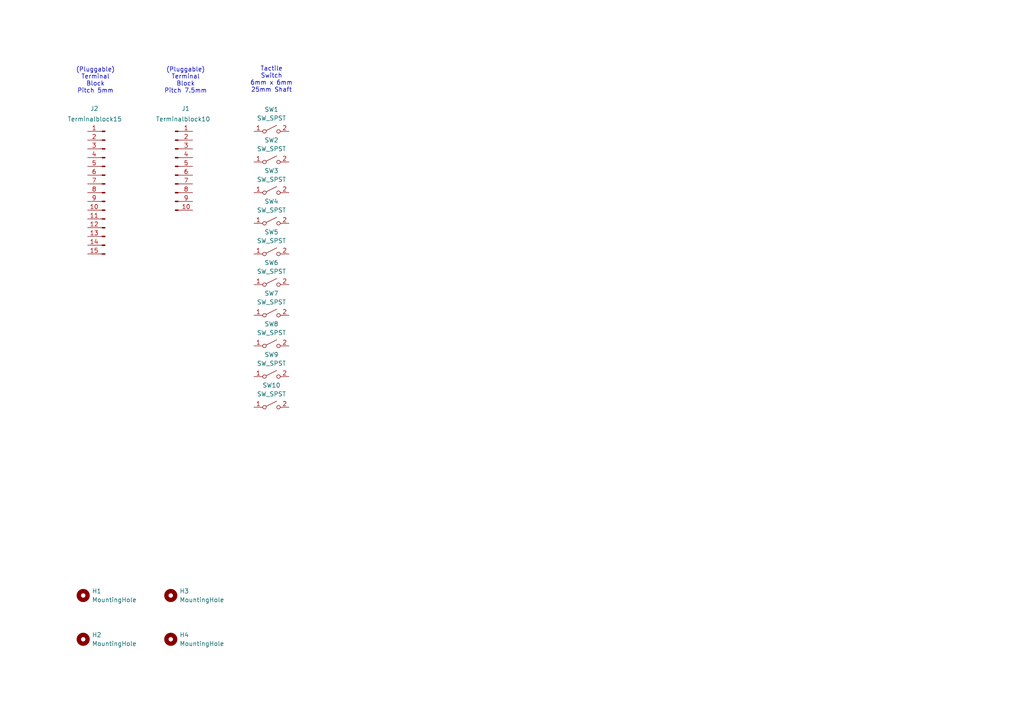
<source format=kicad_sch>
(kicad_sch (version 20231120) (generator "eeschema") (generator_version "8.0")
  (paper "A4")
  (lib_symbols
    (symbol "Connector:Conn_01x10_Pin" (pin_names (offset 1.016) hide)
      (property "Reference" "J" (at 0 12.7 0))
      (property "Value" "Conn_01x10_Pin" (at 0 -15.24 0))
      (symbol "Conn_01x10_Pin_1_1"
        (polyline (pts (xy 1.27 -12.7) (xy 0.8636 -12.7)) (stroke (width 0.1524)))
        (polyline (pts (xy 1.27 -10.16) (xy 0.8636 -10.16)) (stroke (width 0.1524)))
        (polyline (pts (xy 1.27 -7.62) (xy 0.8636 -7.62)) (stroke (width 0.1524)))
        (polyline (pts (xy 1.27 -5.08) (xy 0.8636 -5.08)) (stroke (width 0.1524)))
        (polyline (pts (xy 1.27 -2.54) (xy 0.8636 -2.54)) (stroke (width 0.1524)))
        (polyline (pts (xy 1.27 0) (xy 0.8636 0)) (stroke (width 0.1524)))
        (polyline (pts (xy 1.27 2.54) (xy 0.8636 2.54)) (stroke (width 0.1524)))
        (polyline (pts (xy 1.27 5.08) (xy 0.8636 5.08)) (stroke (width 0.1524)))
        (polyline (pts (xy 1.27 7.62) (xy 0.8636 7.62)) (stroke (width 0.1524)))
        (polyline (pts (xy 1.27 10.16) (xy 0.8636 10.16)) (stroke (width 0.1524)))
        (rectangle (start 0.8636 -12.573) (end 0 -12.827) (stroke (width 0.1524)) (fill (type outline)))
        (rectangle (start 0.8636 -10.033) (end 0 -10.287) (stroke (width 0.1524)) (fill (type outline)))
        (rectangle (start 0.8636 -7.493) (end 0 -7.747) (stroke (width 0.1524)) (fill (type outline)))
        (rectangle (start 0.8636 -4.953) (end 0 -5.207) (stroke (width 0.1524)) (fill (type outline)))
        (rectangle (start 0.8636 -2.413) (end 0 -2.667) (stroke (width 0.1524)) (fill (type outline)))
        (rectangle (start 0.8636 0.127) (end 0 -0.127) (stroke (width 0.1524)) (fill (type outline)))
        (rectangle (start 0.8636 2.667) (end 0 2.413) (stroke (width 0.1524)) (fill (type outline)))
        (rectangle (start 0.8636 5.207) (end 0 4.953) (stroke (width 0.1524)) (fill (type outline)))
        (rectangle (start 0.8636 7.747) (end 0 7.493) (stroke (width 0.1524)) (fill (type outline)))
        (rectangle (start 0.8636 10.287) (end 0 10.033) (stroke (width 0.1524)) (fill (type outline)))
        (pin passive line (at 5.08 10.16 180) (length 3.81) (name "Pin_1") (number "1"))
        (pin passive line (at 5.08 -12.7 180) (length 3.81) (name "Pin_10") (number "10"))
        (pin passive line (at 5.08 7.62 180) (length 3.81) (name "Pin_2") (number "2"))
        (pin passive line (at 5.08 5.08 180) (length 3.81) (name "Pin_3") (number "3"))
        (pin passive line (at 5.08 2.54 180) (length 3.81) (name "Pin_4") (number "4"))
        (pin passive line (at 5.08 0 180) (length 3.81) (name "Pin_5") (number "5"))
        (pin passive line (at 5.08 -2.54 180) (length 3.81) (name "Pin_6") (number "6"))
        (pin passive line (at 5.08 -5.08 180) (length 3.81) (name "Pin_7") (number "7"))
        (pin passive line (at 5.08 -7.62 180) (length 3.81) (name "Pin_8") (number "8"))
        (pin passive line (at 5.08 -10.16 180) (length 3.81) (name "Pin_9") (number "9"))
      )
    )
    (symbol "Connector:Conn_01x15_Pin" (pin_names (offset 1.016) hide)
      (property "Reference" "J" (at 0 20.32 0))
      (property "Value" "Conn_01x15_Pin" (at 0 -20.32 0))
      (symbol "Conn_01x15_Pin_1_1"
        (polyline (pts (xy 1.27 -17.78) (xy 0.8636 -17.78)) (stroke (width 0.1524)))
        (polyline (pts (xy 1.27 -15.24) (xy 0.8636 -15.24)) (stroke (width 0.1524)))
        (polyline (pts (xy 1.27 -12.7) (xy 0.8636 -12.7)) (stroke (width 0.1524)))
        (polyline (pts (xy 1.27 -10.16) (xy 0.8636 -10.16)) (stroke (width 0.1524)))
        (polyline (pts (xy 1.27 -7.62) (xy 0.8636 -7.62)) (stroke (width 0.1524)))
        (polyline (pts (xy 1.27 -5.08) (xy 0.8636 -5.08)) (stroke (width 0.1524)))
        (polyline (pts (xy 1.27 -2.54) (xy 0.8636 -2.54)) (stroke (width 0.1524)))
        (polyline (pts (xy 1.27 0) (xy 0.8636 0)) (stroke (width 0.1524)))
        (polyline (pts (xy 1.27 2.54) (xy 0.8636 2.54)) (stroke (width 0.1524)))
        (polyline (pts (xy 1.27 5.08) (xy 0.8636 5.08)) (stroke (width 0.1524)))
        (polyline (pts (xy 1.27 7.62) (xy 0.8636 7.62)) (stroke (width 0.1524)))
        (polyline (pts (xy 1.27 10.16) (xy 0.8636 10.16)) (stroke (width 0.1524)))
        (polyline (pts (xy 1.27 12.7) (xy 0.8636 12.7)) (stroke (width 0.1524)))
        (polyline (pts (xy 1.27 15.24) (xy 0.8636 15.24)) (stroke (width 0.1524)))
        (polyline (pts (xy 1.27 17.78) (xy 0.8636 17.78)) (stroke (width 0.1524)))
        (rectangle (start 0.8636 -17.653) (end 0 -17.907) (stroke (width 0.1524)) (fill (type outline)))
        (rectangle (start 0.8636 -15.113) (end 0 -15.367) (stroke (width 0.1524)) (fill (type outline)))
        (rectangle (start 0.8636 -12.573) (end 0 -12.827) (stroke (width 0.1524)) (fill (type outline)))
        (rectangle (start 0.8636 -10.033) (end 0 -10.287) (stroke (width 0.1524)) (fill (type outline)))
        (rectangle (start 0.8636 -7.493) (end 0 -7.747) (stroke (width 0.1524)) (fill (type outline)))
        (rectangle (start 0.8636 -4.953) (end 0 -5.207) (stroke (width 0.1524)) (fill (type outline)))
        (rectangle (start 0.8636 -2.413) (end 0 -2.667) (stroke (width 0.1524)) (fill (type outline)))
        (rectangle (start 0.8636 0.127) (end 0 -0.127) (stroke (width 0.1524)) (fill (type outline)))
        (rectangle (start 0.8636 2.667) (end 0 2.413) (stroke (width 0.1524)) (fill (type outline)))
        (rectangle (start 0.8636 5.207) (end 0 4.953) (stroke (width 0.1524)) (fill (type outline)))
        (rectangle (start 0.8636 7.747) (end 0 7.493) (stroke (width 0.1524)) (fill (type outline)))
        (rectangle (start 0.8636 10.287) (end 0 10.033) (stroke (width 0.1524)) (fill (type outline)))
        (rectangle (start 0.8636 12.827) (end 0 12.573) (stroke (width 0.1524)) (fill (type outline)))
        (rectangle (start 0.8636 15.367) (end 0 15.113) (stroke (width 0.1524)) (fill (type outline)))
        (rectangle (start 0.8636 17.907) (end 0 17.653) (stroke (width 0.1524)) (fill (type outline)))
        (pin passive line (at 5.08 17.78 180) (length 3.81) (name "Pin_1") (number "1"))
        (pin passive line (at 5.08 -5.08 180) (length 3.81) (name "Pin_10") (number "10"))
        (pin passive line (at 5.08 -7.62 180) (length 3.81) (name "Pin_11") (number "11"))
        (pin passive line (at 5.08 -10.16 180) (length 3.81) (name "Pin_12") (number "12"))
        (pin passive line (at 5.08 -12.7 180) (length 3.81) (name "Pin_13") (number "13"))
        (pin passive line (at 5.08 -15.24 180) (length 3.81) (name "Pin_14") (number "14"))
        (pin passive line (at 5.08 -17.78 180) (length 3.81) (name "Pin_15") (number "15"))
        (pin passive line (at 5.08 15.24 180) (length 3.81) (name "Pin_2") (number "2"))
        (pin passive line (at 5.08 12.7 180) (length 3.81) (name "Pin_3") (number "3"))
        (pin passive line (at 5.08 10.16 180) (length 3.81) (name "Pin_4") (number "4"))
        (pin passive line (at 5.08 7.62 180) (length 3.81) (name "Pin_5") (number "5"))
        (pin passive line (at 5.08 5.08 180) (length 3.81) (name "Pin_6") (number "6"))
        (pin passive line (at 5.08 2.54 180) (length 3.81) (name "Pin_7") (number "7"))
        (pin passive line (at 5.08 0 180) (length 3.81) (name "Pin_8") (number "8"))
        (pin passive line (at 5.08 -2.54 180) (length 3.81) (name "Pin_9") (number "9"))
      )
    )
    (symbol "Mechanical:MountingHole" (pin_names (offset 1.016)) (exclude_from_sim yes) (in_bom no)
      (property "Reference" "H" (at 0 5.08 0))
      (property "Value" "MountingHole" (at 0 3.175 0))
      (symbol "MountingHole_0_1"
        (circle (center 0 0) (radius 1.27) (stroke (width 1.27)))
      )
    )
    (symbol "Switch:SW_SPST" (pin_names (offset 0) hide)
      (property "Reference" "SW" (at 0 3.175 0))
      (property "Value" "SW_SPST" (at 0 -2.54 0))
      (symbol "SW_SPST_0_0"
        (circle (center -2.032 0) (radius 0.508))
        (polyline (pts (xy -1.524 0.254) (xy 1.524 1.778)))
        (circle (center 2.032 0) (radius 0.508))
      )
      (symbol "SW_SPST_1_1"
        (pin passive line (at -5.08 0 0) (length 2.54) (name "A") (number "1"))
        (pin passive line (at 5.08 0 180) (length 2.54) (name "B") (number "2"))
      )
    )
  )
  (text "(Pluggable)\nTerminal\nBlock\nPitch 5mm" (at 27.686 23.368 0) (effects (font (size 1.27 1.27))))
  (text "(Pluggable)\nTerminal\nBlock\nPitch 7.5mm" (at 53.848 23.368 0) (effects (font (size 1.27 1.27))))
  (text "Tactile\nSwitch\n6mm x 6mm\n25mm Shaft" (at 78.74 23.114 0) (effects (font (size 1.27 1.27))))
  (symbol (lib_id "Switch:SW_SPST") (at 78.74 100.33 0) (unit 1)
    (property "Reference" "SW8" (at 78.74 93.98 0))
    (property "Value" "SW_SPST" (at 78.74 96.52 0))
    (property "Footprint" "Button_Switch_THT:SW_PUSH_6mm" (effects (hide yes)))
    (property "Description" "Single Pole Single Throw (SPST) switch" (effects (hide yes)))
  )
  (symbol (lib_id "Switch:SW_SPST") (at 78.74 91.44 0) (unit 1)
    (property "Reference" "SW7" (at 78.74 85.09 0))
    (property "Value" "SW_SPST" (at 78.74 87.63 0))
    (property "Footprint" "Button_Switch_THT:SW_PUSH_6mm" (effects (hide yes)))
    (property "Description" "Single Pole Single Throw (SPST) switch" (effects (hide yes)))
  )
  (symbol (lib_id "Connector:Conn_01x10_Pin") (at 50.8 48.26 0) (unit 1)
    (property "Reference" "J1" (at 53.848 31.496 0))
    (property "Value" "Terminalblock10" (at 53.086 34.544 0))
    (property "Footprint" "Connector_Phoenix_GMSTB:PhoenixContact_GMSTBA_2,5_10-G_1x10_P7.50mm_Horizontal" (effects (hide yes)))
    (property "Description" "Generic connector, single row, 01x10, script generated" (effects (hide yes)))
  )
  (symbol (lib_id "Switch:SW_SPST") (at 78.74 82.55 0) (unit 1)
    (property "Reference" "SW6" (at 78.74 76.2 0))
    (property "Value" "SW_SPST" (at 78.74 78.74 0))
    (property "Footprint" "Button_Switch_THT:SW_PUSH_6mm" (effects (hide yes)))
    (property "Description" "Single Pole Single Throw (SPST) switch" (effects (hide yes)))
  )
  (symbol (lib_id "Mechanical:MountingHole") (at 49.53 185.42 0) (unit 1) (exclude_from_sim yes) (in_bom no)
    (property "Reference" "H4" (at 52.07 184.1499 0) (effects (justify left)))
    (property "Value" "MountingHole" (at 52.07 186.6899 0) (effects (justify left)))
    (property "Footprint" "MountingHole:MountingHole_3.2mm_M3" (effects (hide yes)))
    (property "Description" "Mounting Hole without connection" (effects (hide yes)))
  )
  (symbol (lib_id "Switch:SW_SPST") (at 78.74 38.1 0) (unit 1)
    (property "Reference" "SW1" (at 78.74 31.75 0))
    (property "Value" "SW_SPST" (at 78.74 34.29 0))
    (property "Footprint" "Button_Switch_THT:SW_PUSH_6mm" (effects (hide yes)))
    (property "Description" "Single Pole Single Throw (SPST) switch" (effects (hide yes)))
  )
  (symbol (lib_id "Switch:SW_SPST") (at 78.74 64.77 0) (unit 1)
    (property "Reference" "SW4" (at 78.74 58.42 0))
    (property "Value" "SW_SPST" (at 78.74 60.96 0))
    (property "Footprint" "Button_Switch_THT:SW_PUSH_6mm" (effects (hide yes)))
    (property "Description" "Single Pole Single Throw (SPST) switch" (effects (hide yes)))
  )
  (symbol (lib_id "Switch:SW_SPST") (at 78.74 73.66 0) (unit 1)
    (property "Reference" "SW5" (at 78.74 67.31 0))
    (property "Value" "SW_SPST" (at 78.74 69.85 0))
    (property "Footprint" "Button_Switch_THT:SW_PUSH_6mm" (effects (hide yes)))
    (property "Description" "Single Pole Single Throw (SPST) switch" (effects (hide yes)))
  )
  (symbol (lib_id "Switch:SW_SPST") (at 78.74 55.88 0) (unit 1)
    (property "Reference" "SW3" (at 78.74 49.53 0))
    (property "Value" "SW_SPST" (at 78.74 52.07 0))
    (property "Footprint" "Button_Switch_THT:SW_PUSH_6mm" (effects (hide yes)))
    (property "Description" "Single Pole Single Throw (SPST) switch" (effects (hide yes)))
  )
  (symbol (lib_id "Mechanical:MountingHole") (at 49.53 172.72 0) (unit 1) (exclude_from_sim yes) (in_bom no)
    (property "Reference" "H3" (at 52.07 171.4499 0) (effects (justify left)))
    (property "Value" "MountingHole" (at 52.07 173.9899 0) (effects (justify left)))
    (property "Footprint" "MountingHole:MountingHole_3.2mm_M3" (effects (hide yes)))
    (property "Description" "Mounting Hole without connection" (effects (hide yes)))
  )
  (symbol (lib_id "Switch:SW_SPST") (at 78.74 46.99 0) (unit 1)
    (property "Reference" "SW2" (at 78.74 40.64 0))
    (property "Value" "SW_SPST" (at 78.74 43.18 0))
    (property "Footprint" "Button_Switch_THT:SW_PUSH_6mm" (effects (hide yes)))
    (property "Description" "Single Pole Single Throw (SPST) switch" (effects (hide yes)))
  )
  (symbol (lib_id "Mechanical:MountingHole") (at 24.13 172.72 0) (unit 1) (exclude_from_sim yes) (in_bom no)
    (property "Reference" "H1" (at 26.67 171.4499 0) (effects (justify left)))
    (property "Value" "MountingHole" (at 26.67 173.9899 0) (effects (justify left)))
    (property "Footprint" "MountingHole:MountingHole_3.2mm_M3" (effects (hide yes)))
    (property "Description" "Mounting Hole without connection" (effects (hide yes)))
  )
  (symbol (lib_id "Switch:SW_SPST") (at 78.74 109.22 0) (unit 1)
    (property "Reference" "SW9" (at 78.74 102.87 0))
    (property "Value" "SW_SPST" (at 78.74 105.41 0))
    (property "Footprint" "Button_Switch_THT:SW_PUSH_6mm" (effects (hide yes)))
    (property "Description" "Single Pole Single Throw (SPST) switch" (effects (hide yes)))
  )
  (symbol (lib_id "Connector:Conn_01x15_Pin") (at 30.48 55.88 0) (mirror y) (unit 1)
    (property "Reference" "J2" (at 26.162 31.496 0) (effects (justify right)))
    (property "Value" "Terminalblock15" (at 19.558 34.544 0) (effects (justify right)))
    (property "Footprint" "Connector_Phoenix_MSTB:PhoenixContact_MSTBA_2,5_15-G_1x15_P5.00mm_Horizontal" (effects (hide yes)))
    (property "Description" "Generic connector, single row, 01x15, script generated" (effects (hide yes)))
  )
  (symbol (lib_id "Switch:SW_SPST") (at 78.74 118.11 0) (unit 1)
    (property "Reference" "SW10" (at 78.74 111.76 0))
    (property "Value" "SW_SPST" (at 78.74 114.3 0))
    (property "Footprint" "Button_Switch_THT:SW_PUSH_6mm" (effects (hide yes)))
    (property "Description" "Single Pole Single Throw (SPST) switch" (effects (hide yes)))
  )
  (symbol (lib_id "Mechanical:MountingHole") (at 24.13 185.42 0) (unit 1) (exclude_from_sim yes) (in_bom no)
    (property "Reference" "H2" (at 26.67 184.1499 0) (effects (justify left)))
    (property "Value" "MountingHole" (at 26.67 186.6899 0) (effects (justify left)))
    (property "Footprint" "MountingHole:MountingHole_3.2mm_M3" (effects (hide yes)))
    (property "Description" "Mounting Hole without connection" (effects (hide yes)))
  )
)
</source>
